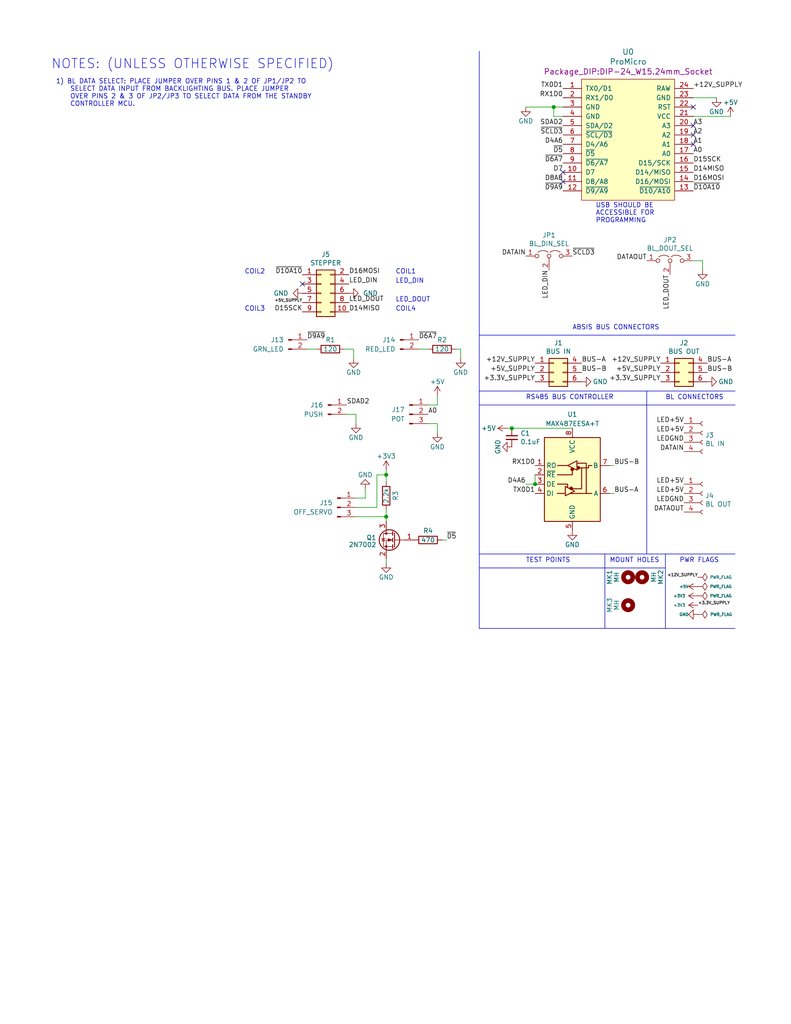
<source format=kicad_sch>
(kicad_sch (version 20230121) (generator eeschema)
  (paper "A" portrait)
  (title_block (title "Radar Altimeter Controller") (date "2024-03-09") (rev "3") (company "OpenHornet") (comment 1 "CC BY-NC-SA"))
  (lib_symbols
    (symbol "CONTROLLER_Radar-Altimeter-rescue:Jumper_3_Open-Jumper" (pin_names (offset 0) hide)
      (property "Reference" "JP" (at -2.54 -2.54 0))
      (property "Value" "Jumper_3_Open-Jumper" (at 0 2.794 0))
      (symbol "Jumper_3_Open-Jumper_0_0"
        (circle (center -3.302 0) (radius 0.508))
        (circle (center 0 0) (radius 0.508))
        (circle (center 3.302 0) (radius 0.508))
      )
      (symbol "Jumper_3_Open-Jumper_0_1"
        (arc (start -0.254 1.016) (mid -1.651 1.4992) (end -3.048 1.016))
        (polyline (pts (xy 0 -0.508) (xy 0 -1.27)))
        (arc (start 3.048 1.016) (mid 1.651 1.4992) (end 0.254 1.016))
      )
      (symbol "Jumper_3_Open-Jumper_1_1"
        (pin passive line (at -6.35 0 0) (length 2.54) (name "A") (number "1"))
        (pin input line (at 0 -3.81 90) (length 2.54) (name "C") (number "2"))
        (pin passive line (at 6.35 0 180) (length 2.54) (name "B") (number "3"))
      )
    )
    (symbol "Connector:Conn_01x02_Male" (pin_names (offset 1.016) hide)
      (property "Reference" "J" (at 0 2.54 0))
      (property "Value" "Conn_01x02_Male" (at 0 -5.08 0))
      (symbol "Conn_01x02_Male_1_1"
        (polyline (pts (xy 1.27 -2.54) (xy 0.8636 -2.54)) (stroke (width 0.1524)))
        (polyline (pts (xy 1.27 0) (xy 0.8636 0)) (stroke (width 0.1524)))
        (rectangle (start 0.8636 -2.413) (end 0 -2.667) (stroke (width 0.1524)) (fill (type outline)))
        (rectangle (start 0.8636 0.127) (end 0 -0.127) (stroke (width 0.1524)) (fill (type outline)))
        (pin passive line (at 5.08 0 180) (length 3.81) (name "Pin_1") (number "1"))
        (pin passive line (at 5.08 -2.54 180) (length 3.81) (name "Pin_2") (number "2"))
      )
    )
    (symbol "Connector:Conn_01x03_Male" (pin_names (offset 1.016) hide)
      (property "Reference" "J" (at 0 5.08 0))
      (property "Value" "Conn_01x03_Male" (at 0 -5.08 0))
      (symbol "Conn_01x03_Male_1_1"
        (polyline (pts (xy 1.27 -2.54) (xy 0.8636 -2.54)) (stroke (width 0.1524)))
        (polyline (pts (xy 1.27 0) (xy 0.8636 0)) (stroke (width 0.1524)))
        (polyline (pts (xy 1.27 2.54) (xy 0.8636 2.54)) (stroke (width 0.1524)))
        (rectangle (start 0.8636 -2.413) (end 0 -2.667) (stroke (width 0.1524)) (fill (type outline)))
        (rectangle (start 0.8636 0.127) (end 0 -0.127) (stroke (width 0.1524)) (fill (type outline)))
        (rectangle (start 0.8636 2.667) (end 0 2.413) (stroke (width 0.1524)) (fill (type outline)))
        (pin passive line (at 5.08 2.54 180) (length 3.81) (name "Pin_1") (number "1"))
        (pin passive line (at 5.08 0 180) (length 3.81) (name "Pin_2") (number "2"))
        (pin passive line (at 5.08 -2.54 180) (length 3.81) (name "Pin_3") (number "3"))
      )
    )
    (symbol "Connector:Conn_01x04_Female" (pin_names (offset 1.016) hide)
      (property "Reference" "J" (at 0 5.08 0))
      (property "Value" "Conn_01x04_Female" (at 0 -7.62 0))
      (symbol "Conn_01x04_Female_1_1"
        (arc (start 0 -4.572) (mid -0.5058 -5.08) (end 0 -5.588) (stroke (width 0.1524)))
        (arc (start 0 -2.032) (mid -0.5058 -2.54) (end 0 -3.048) (stroke (width 0.1524)))
        (polyline (pts (xy -1.27 -5.08) (xy -0.508 -5.08)) (stroke (width 0.1524)))
        (polyline (pts (xy -1.27 -2.54) (xy -0.508 -2.54)) (stroke (width 0.1524)))
        (polyline (pts (xy -1.27 0) (xy -0.508 0)) (stroke (width 0.1524)))
        (polyline (pts (xy -1.27 2.54) (xy -0.508 2.54)) (stroke (width 0.1524)))
        (arc (start 0 0.508) (mid -0.5058 0) (end 0 -0.508) (stroke (width 0.1524)))
        (arc (start 0 3.048) (mid -0.5058 2.54) (end 0 2.032) (stroke (width 0.1524)))
        (pin passive line (at -5.08 2.54 0) (length 3.81) (name "Pin_1") (number "1"))
        (pin passive line (at -5.08 0 0) (length 3.81) (name "Pin_2") (number "2"))
        (pin passive line (at -5.08 -2.54 0) (length 3.81) (name "Pin_3") (number "3"))
        (pin passive line (at -5.08 -5.08 0) (length 3.81) (name "Pin_4") (number "4"))
      )
    )
    (symbol "Connector_Generic:Conn_02x03_Top_Bottom" (pin_names (offset 1.016) hide)
      (property "Reference" "J" (at 1.27 5.08 0))
      (property "Value" "Conn_02x03_Top_Bottom" (at 1.27 -5.08 0))
      (symbol "Conn_02x03_Top_Bottom_1_1"
        (rectangle (start -1.27 -2.413) (end 0 -2.667) (stroke (width 0.1524)))
        (rectangle (start -1.27 0.127) (end 0 -0.127) (stroke (width 0.1524)))
        (rectangle (start -1.27 2.667) (end 0 2.413) (stroke (width 0.1524)))
        (rectangle (start -1.27 3.81) (end 3.81 -3.81) (stroke (width 0.254)) (fill (type background)))
        (rectangle (start 3.81 -2.413) (end 2.54 -2.667) (stroke (width 0.1524)))
        (rectangle (start 3.81 0.127) (end 2.54 -0.127) (stroke (width 0.1524)))
        (rectangle (start 3.81 2.667) (end 2.54 2.413) (stroke (width 0.1524)))
        (pin passive line (at -5.08 2.54 0) (length 3.81) (name "Pin_1") (number "1"))
        (pin passive line (at -5.08 0 0) (length 3.81) (name "Pin_2") (number "2"))
        (pin passive line (at -5.08 -2.54 0) (length 3.81) (name "Pin_3") (number "3"))
        (pin passive line (at 7.62 2.54 180) (length 3.81) (name "Pin_4") (number "4"))
        (pin passive line (at 7.62 0 180) (length 3.81) (name "Pin_5") (number "5"))
        (pin passive line (at 7.62 -2.54 180) (length 3.81) (name "Pin_6") (number "6"))
      )
    )
    (symbol "Connector_Generic:Conn_02x05_Odd_Even" (pin_names (offset 1.016) hide)
      (property "Reference" "J" (at 1.27 7.62 0))
      (property "Value" "Conn_02x05_Odd_Even" (at 1.27 -7.62 0))
      (symbol "Conn_02x05_Odd_Even_1_1"
        (rectangle (start -1.27 -4.953) (end 0 -5.207) (stroke (width 0.1524)))
        (rectangle (start -1.27 -2.413) (end 0 -2.667) (stroke (width 0.1524)))
        (rectangle (start -1.27 0.127) (end 0 -0.127) (stroke (width 0.1524)))
        (rectangle (start -1.27 2.667) (end 0 2.413) (stroke (width 0.1524)))
        (rectangle (start -1.27 5.207) (end 0 4.953) (stroke (width 0.1524)))
        (rectangle (start -1.27 6.35) (end 3.81 -6.35) (stroke (width 0.254)) (fill (type background)))
        (rectangle (start 3.81 -4.953) (end 2.54 -5.207) (stroke (width 0.1524)))
        (rectangle (start 3.81 -2.413) (end 2.54 -2.667) (stroke (width 0.1524)))
        (rectangle (start 3.81 0.127) (end 2.54 -0.127) (stroke (width 0.1524)))
        (rectangle (start 3.81 2.667) (end 2.54 2.413) (stroke (width 0.1524)))
        (rectangle (start 3.81 5.207) (end 2.54 4.953) (stroke (width 0.1524)))
        (pin passive line (at -5.08 5.08 0) (length 3.81) (name "Pin_1") (number "1"))
        (pin passive line (at 7.62 -5.08 180) (length 3.81) (name "Pin_10") (number "10"))
        (pin passive line (at 7.62 5.08 180) (length 3.81) (name "Pin_2") (number "2"))
        (pin passive line (at -5.08 2.54 0) (length 3.81) (name "Pin_3") (number "3"))
        (pin passive line (at 7.62 2.54 180) (length 3.81) (name "Pin_4") (number "4"))
        (pin passive line (at -5.08 0 0) (length 3.81) (name "Pin_5") (number "5"))
        (pin passive line (at 7.62 0 180) (length 3.81) (name "Pin_6") (number "6"))
        (pin passive line (at -5.08 -2.54 0) (length 3.81) (name "Pin_7") (number "7"))
        (pin passive line (at 7.62 -2.54 180) (length 3.81) (name "Pin_8") (number "8"))
        (pin passive line (at -5.08 -5.08 0) (length 3.81) (name "Pin_9") (number "9"))
      )
    )
    (symbol "Device:C_Small" (pin_numbers hide) (pin_names (offset 0.254) hide)
      (property "Reference" "C" (at 0.254 1.778 0))
      (property "Value" "C_Small" (at 0.254 -2.032 0))
      (symbol "C_Small_0_1"
        (polyline (pts (xy -1.524 -0.508) (xy 1.524 -0.508)) (stroke (width 0.3302)))
        (polyline (pts (xy -1.524 0.508) (xy 1.524 0.508)) (stroke (width 0.3048)))
      )
      (symbol "C_Small_1_1"
        (pin passive line (at 0 2.54 270) (length 2.032) (name "~") (number "1"))
        (pin passive line (at 0 -2.54 90) (length 2.032) (name "~") (number "2"))
      )
    )
    (symbol "Device:R" (pin_numbers hide) (pin_names (offset 0))
      (property "Reference" "R" (at 2.032 0 90))
      (property "Value" "R" (at 0 0 90))
      (symbol "R_0_1"
        (rectangle (start -1.016 -2.54) (end 1.016 2.54) (stroke (width 0.254)))
      )
      (symbol "R_1_1"
        (pin passive line (at 0 3.81 270) (length 1.27) (name "~") (number "1"))
        (pin passive line (at 0 -3.81 90) (length 1.27) (name "~") (number "2"))
      )
    )
    (symbol "Interface_UART:MAX487E"
      (property "Reference" "U" (at -6.096 11.43 0))
      (property "Value" "MAX487E" (at 0.762 11.43 0))
      (symbol "MAX487E_0_1"
        (rectangle (start -7.62 10.16) (end 7.62 -12.7) (stroke (width 0.254)) (fill (type background)))
        (circle (center -0.3048 -3.683) (radius 0.3556) (stroke (width 0.254)) (fill (type outline)))
        (circle (center -0.0254 1.4986) (radius 0.3556) (stroke (width 0.254)) (fill (type outline)))
        (polyline (pts (xy -4.064 -5.08) (xy -1.905 -5.08)) (stroke (width 0.254)))
        (polyline (pts (xy -4.064 2.54) (xy -1.27 2.54)) (stroke (width 0.254)))
        (polyline (pts (xy -1.27 -3.2004) (xy -1.27 -3.4544)) (stroke (width 0.254)))
        (polyline (pts (xy -0.635 -5.08) (xy 5.334 -5.08)) (stroke (width 0.254)))
        (polyline (pts (xy -4.064 -2.54) (xy -1.27 -2.54) (xy -1.27 -3.175)) (stroke (width 0.254)))
        (polyline (pts (xy 0 1.27) (xy 0 0) (xy -4.064 0)) (stroke (width 0.254)))
        (polyline (pts (xy 1.27 3.175) (xy 3.81 3.175) (xy 3.81 -5.08)) (stroke (width 0.254)))
        (polyline (pts (xy 2.54 1.905) (xy 2.54 -3.81) (xy 0 -3.81)) (stroke (width 0.254)))
        (polyline (pts (xy -1.905 -3.175) (xy -1.905 -5.715) (xy 0.635 -4.445) (xy -1.905 -3.175)) (stroke (width 0.254)))
        (polyline (pts (xy -1.27 2.54) (xy 1.27 3.81) (xy 1.27 1.27) (xy -1.27 2.54)) (stroke (width 0.254)))
        (polyline (pts (xy 1.905 1.905) (xy 4.445 1.905) (xy 4.445 2.54) (xy 5.334 2.54)) (stroke (width 0.254)))
        (rectangle (start 1.27 3.175) (end 1.27 3.175))
        (circle (center 1.651 1.905) (radius 0.3556) (stroke (width 0.254)) (fill (type outline)))
      )
      (symbol "MAX487E_1_1"
        (pin output line (at -10.16 2.54 0) (length 2.54) (name "RO") (number "1"))
        (pin input line (at -10.16 0 0) (length 2.54) (name "~{RE}") (number "2"))
        (pin input line (at -10.16 -2.54 0) (length 2.54) (name "DE") (number "3"))
        (pin input line (at -10.16 -5.08 0) (length 2.54) (name "DI") (number "4"))
        (pin power_in line (at 0 -15.24 90) (length 2.54) (name "GND") (number "5"))
        (pin bidirectional line (at 10.16 -5.08 180) (length 2.54) (name "A") (number "6"))
        (pin bidirectional line (at 10.16 2.54 180) (length 2.54) (name "B") (number "7"))
        (pin power_in line (at 0 12.7 270) (length 2.54) (name "VCC") (number "8"))
      )
    )
    (symbol "KiCadCustomLib:ProMicro" (pin_names (offset 1.016))
      (property "Reference" "U" (at 0 24.13 0))
      (property "Value" "ProMicro" (at 0 -13.97 0))
      (symbol "ProMicro_0_1"
        (rectangle (start -12.7 21.59) (end 12.7 -11.43) (fill (type background)))
      )
      (symbol "ProMicro_1_1"
        (pin bidirectional line (at -17.78 19.05 0) (length 5.08) (name "TX0/D1") (number "1"))
        (pin bidirectional line (at -17.78 -3.81 0) (length 5.08) (name "D7") (number "10"))
        (pin bidirectional line (at -17.78 -6.35 0) (length 5.08) (name "D8/A8") (number "11"))
        (pin bidirectional line (at -17.78 -8.89 0) (length 5.08) (name "~{D9/A9}") (number "12"))
        (pin bidirectional line (at 17.78 -8.89 180) (length 5.08) (name "~{D10/A10}") (number "13"))
        (pin bidirectional line (at 17.78 -6.35 180) (length 5.08) (name "D16/MOSI") (number "14"))
        (pin bidirectional line (at 17.78 -3.81 180) (length 5.08) (name "D14/MISO") (number "15"))
        (pin bidirectional line (at 17.78 -1.27 180) (length 5.08) (name "D15/SCK") (number "16"))
        (pin bidirectional line (at 17.78 1.27 180) (length 5.08) (name "A0") (number "17"))
        (pin bidirectional line (at 17.78 3.81 180) (length 5.08) (name "A1") (number "18"))
        (pin bidirectional line (at 17.78 6.35 180) (length 5.08) (name "A2") (number "19"))
        (pin bidirectional line (at -17.78 16.51 0) (length 5.08) (name "RX1/D0") (number "2"))
        (pin bidirectional line (at 17.78 8.89 180) (length 5.08) (name "A3") (number "20"))
        (pin power_in line (at 17.78 11.43 180) (length 5.08) (name "VCC") (number "21"))
        (pin input line (at 17.78 13.97 180) (length 5.08) (name "RST") (number "22"))
        (pin power_in line (at 17.78 16.51 180) (length 5.08) (name "GND") (number "23"))
        (pin power_out line (at 17.78 19.05 180) (length 5.08) (name "RAW") (number "24"))
        (pin power_in line (at -17.78 13.97 0) (length 5.08) (name "GND") (number "3"))
        (pin power_in line (at -17.78 11.43 0) (length 5.08) (name "GND") (number "4"))
        (pin bidirectional line (at -17.78 8.89 0) (length 5.08) (name "SDA/D2") (number "5"))
        (pin bidirectional line (at -17.78 6.35 0) (length 5.08) (name "~{SCL/D3}") (number "6"))
        (pin bidirectional line (at -17.78 3.81 0) (length 5.08) (name "D4/A6") (number "7"))
        (pin bidirectional line (at -17.78 1.27 0) (length 5.08) (name "~{D5}") (number "8"))
        (pin bidirectional line (at -17.78 -1.27 0) (length 5.08) (name "~{D6/A7}") (number "9"))
      )
    )
    (symbol "Mechanical:MountingHole" (pin_names (offset 1.016))
      (property "Reference" "H" (at 0 5.08 0))
      (property "Value" "MountingHole" (at 0 3.175 0))
      (symbol "MountingHole_0_1"
        (circle (center 0 0) (radius 1.27) (stroke (width 1.27)))
      )
    )
    (symbol "Transistor_FET:2N7002" (pin_names hide)
      (property "Reference" "Q" (at 5.08 1.905 0))
      (property "Value" "2N7002" (at 5.08 0 0))
      (symbol "2N7002_0_1"
        (polyline (pts (xy 0.254 0) (xy -2.54 0)))
        (polyline (pts (xy 0.254 1.905) (xy 0.254 -1.905)) (stroke (width 0.254)))
        (polyline (pts (xy 0.762 -1.27) (xy 0.762 -2.286)) (stroke (width 0.254)))
        (polyline (pts (xy 0.762 0.508) (xy 0.762 -0.508)) (stroke (width 0.254)))
        (polyline (pts (xy 0.762 2.286) (xy 0.762 1.27)) (stroke (width 0.254)))
        (polyline (pts (xy 2.54 2.54) (xy 2.54 1.778)))
        (polyline (pts (xy 2.54 -2.54) (xy 2.54 0) (xy 0.762 0)))
        (polyline (pts (xy 0.762 -1.778) (xy 3.302 -1.778) (xy 3.302 1.778) (xy 0.762 1.778)))
        (polyline (pts (xy 1.016 0) (xy 2.032 0.381) (xy 2.032 -0.381) (xy 1.016 0)) (fill (type outline)))
        (polyline (pts (xy 2.794 0.508) (xy 2.921 0.381) (xy 3.683 0.381) (xy 3.81 0.254)))
        (polyline (pts (xy 3.302 0.381) (xy 2.921 -0.254) (xy 3.683 -0.254) (xy 3.302 0.381)))
        (circle (center 1.651 0) (radius 2.794) (stroke (width 0.254)))
        (circle (center 2.54 -1.778) (radius 0.254) (fill (type outline)))
        (circle (center 2.54 1.778) (radius 0.254) (fill (type outline)))
      )
      (symbol "2N7002_1_1"
        (pin input line (at -5.08 0 0) (length 2.54) (name "G") (number "1"))
        (pin passive line (at 2.54 -5.08 90) (length 2.54) (name "S") (number "2"))
        (pin passive line (at 2.54 5.08 270) (length 2.54) (name "D") (number "3"))
      )
    )
    (symbol "power:+3V3" (power) (pin_names (offset 0))
      (property "Value" "+3V3" (at 0 3.556 0))
      (symbol "+3V3_0_1"
        (polyline (pts (xy -0.762 1.27) (xy 0 2.54)))
        (polyline (pts (xy 0 0) (xy 0 2.54)))
        (polyline (pts (xy 0 2.54) (xy 0.762 1.27)))
      )
      (symbol "+3V3_1_1"
        (pin power_in line (at 0 0 90) (length 0) hide (name "+3V3") (number "1"))
      )
    )
    (symbol "power:+5V" (power) (pin_names (offset 0))
      (property "Value" "+5V" (at 0 3.556 0))
      (symbol "+5V_0_1"
        (polyline (pts (xy -0.762 1.27) (xy 0 2.54)))
        (polyline (pts (xy 0 0) (xy 0 2.54)))
        (polyline (pts (xy 0 2.54) (xy 0.762 1.27)))
      )
      (symbol "+5V_1_1"
        (pin power_in line (at 0 0 90) (length 0) hide (name "+5V") (number "1"))
      )
    )
    (symbol "power:GND" (power) (pin_names (offset 0))
      (property "Value" "GND" (at 0 -3.81 0))
      (symbol "GND_0_1"
        (polyline (pts (xy 0 0) (xy 0 -1.27) (xy 1.27 -1.27) (xy 0 -2.54) (xy -1.27 -1.27) (xy 0 -1.27)))
      )
      (symbol "GND_1_1"
        (pin power_in line (at 0 0 270) (length 0) hide (name "GND") (number "1"))
      )
    )
    (symbol "power:PWR_FLAG" (power) (pin_numbers hide) (pin_names (offset 0) hide)
      (property "Value" "PWR_FLAG" (at 0 3.81 0))
      (symbol "PWR_FLAG_0_0"
        (pin power_out line (at 0 0 90) (length 0) (name "pwr") (number "1"))
      )
      (symbol "PWR_FLAG_0_1"
        (polyline (pts (xy 0 0) (xy 0 1.27) (xy -1.016 1.905) (xy 0 2.54) (xy 1.016 1.905) (xy 0 1.27)))
      )
    )
  )
  (junction (at 105.41 140.97))
  (junction (at 105.41 129.54))
  (junction (at 139.7 116.84))
  (junction (at 146.05 132.08))
  (junction (at 151.13 29.21))
  (no_connect (at 153.67 49.53))
  (no_connect (at 189.23 36.83))
  (no_connect (at 82.55 77.47))
  (no_connect (at 189.23 34.29))
  (no_connect (at 189.23 39.37))
  (no_connect (at 189.23 29.21))
  (no_connect (at 153.67 46.99))
  (wire (pts (xy 119.38 115.57) (xy 119.38 118.11)))
  (wire (pts (xy 125.73 95.25) (xy 124.46 95.25)))
  (wire (pts (xy 195.58 26.67) (xy 189.23 26.67)))
  (wire (pts (xy 97.155 140.97) (xy 105.41 140.97)))
  (wire (pts (xy 99.695 133.35) (xy 99.695 135.89)))
  (wire (pts (xy 189.23 31.75) (xy 199.39 31.75)))
  (polyline (pts (xy 181.61 151.13) (xy 181.61 171.45)))
  (wire (pts (xy 83.82 95.25) (xy 86.36 95.25)))
  (wire (pts (xy 191.77 73.66) (xy 191.77 71.12)))
  (wire (pts (xy 99.695 135.89) (xy 97.155 135.89)))
  (wire (pts (xy 97.155 113.03) (xy 97.155 115.57)))
  (polyline (pts (xy 130.81 171.45) (xy 200.66 171.45)))
  (wire (pts (xy 105.41 129.54) (xy 102.87 129.54)))
  (polyline (pts (xy 176.53 106.68) (xy 176.53 151.13)))
  (wire (pts (xy 97.155 138.43) (xy 102.87 138.43)))
  (wire (pts (xy 102.87 129.54) (xy 102.87 138.43)))
  (polyline (pts (xy 130.81 151.13) (xy 200.66 151.13)))
  (wire (pts (xy 143.51 132.08) (xy 146.05 132.08)))
  (wire (pts (xy 116.84 115.57) (xy 119.38 115.57)))
  (wire (pts (xy 96.52 95.25) (xy 93.98 95.25)))
  (wire (pts (xy 151.13 31.75) (xy 151.13 29.21)))
  (wire (pts (xy 119.38 110.49) (xy 116.84 110.49)))
  (wire (pts (xy 143.51 29.21) (xy 151.13 29.21)))
  (wire (pts (xy 119.38 107.95) (xy 119.38 110.49)))
  (polyline (pts (xy 130.81 154.94) (xy 181.61 154.94)))
  (polyline (pts (xy 130.81 91.44) (xy 200.66 91.44)))
  (wire (pts (xy 94.615 113.03) (xy 97.155 113.03)))
  (polyline (pts (xy 165.1 151.13) (xy 165.1 171.45)))
  (wire (pts (xy 105.41 139.065) (xy 105.41 140.97)))
  (wire (pts (xy 166.37 127) (xy 167.64 127)))
  (polyline (pts (xy 130.81 106.68) (xy 200.66 106.68)))
  (wire (pts (xy 96.52 97.79) (xy 96.52 95.25)))
  (wire (pts (xy 153.67 29.21) (xy 151.13 29.21)))
  (wire (pts (xy 116.84 95.25) (xy 114.3 95.25)))
  (wire (pts (xy 167.64 134.62) (xy 166.37 134.62)))
  (wire (pts (xy 146.05 129.54) (xy 146.05 132.08)))
  (wire (pts (xy 105.41 129.54) (xy 105.41 131.445)))
  (wire (pts (xy 138.43 116.84) (xy 139.7 116.84)))
  (wire (pts (xy 153.67 31.75) (xy 151.13 31.75)))
  (wire (pts (xy 125.73 97.79) (xy 125.73 95.25)))
  (wire (pts (xy 139.7 116.84) (xy 156.21 116.84)))
  (polyline (pts (xy 130.81 171.45) (xy 130.81 13.97)))
  (wire (pts (xy 105.41 152.4) (xy 105.41 153.67)))
  (polyline (pts (xy 130.81 110.49) (xy 200.66 110.49)))
  (wire (pts (xy 105.41 128.27) (xy 105.41 129.54)))
  (wire (pts (xy 105.41 140.97) (xy 105.41 142.24)))
  (wire (pts (xy 121.92 147.32) (xy 120.65 147.32)))
  (wire (pts (xy 191.77 71.12) (xy 189.23 71.12)))
  (text "ABSIS BUS CONNECTORS" (at 156.21 90.17 0) (effects (font (size 1.27 1.27)) (justify left bottom)))
  (text "RS485 BUS CONTROLLER" (at 143.51 109.22 0) (effects (font (size 1.27 1.27)) (justify left bottom)))
  (text "USB SHOULD BE \nACCESSIBLE FOR \nPROGRAMMING" (at 162.56 60.96 0) (effects (font (size 1.27 1.27)) (justify left bottom)))
  (text "MOUNT HOLES" (at 166.37 153.67 0) (effects (font (size 1.27 1.27)) (justify left bottom)))
  (text "COIL3" (at 72.39 85.09 0) (effects (font (size 1.27 1.27)) (justify right bottom)))
  (text "TEST POINTS" (at 143.51 153.67 0) (effects (font (size 1.27 1.27)) (justify left bottom)))
  (text "COIL4" (at 107.95 85.09 0) (effects (font (size 1.27 1.27)) (justify left bottom)))
  (text "NOTES: (UNLESS OTHERWISE SPECIFIED)" (at 13.97 19.05 0) (effects (font (size 2.54 2.54)) (justify left bottom)))
  (text "LED_DOUT" (at 107.95 82.55 0) (effects (font (size 1.27 1.27)) (justify left bottom)))
  (text "1) BL DATA SELECT: PLACE JUMPER OVER PINS 1 & 2 OF JP1/JP2 TO \n    SELECT DATA INPUT FROM BACKLIGHTING BUS. PLACE JUMPER \n    OVER PINS 2 & 3 OF JP2/JP3 TO SELECT DATA FROM THE STANDBY \n    CONTROLLER MCU." (at 15.24 29.21 0) (effects (font (size 1.27 1.27)) (justify left bottom)))
  (text "COIL2" (at 72.39 74.93 0) (effects (font (size 1.27 1.27)) (justify right bottom)))
  (text "COIL1" (at 107.95 74.93 0) (effects (font (size 1.27 1.27)) (justify left bottom)))
  (text "PWR FLAGS" (at 185.42 153.67 0) (effects (font (size 1.27 1.27)) (justify left bottom)))
  (text "LED_DIN" (at 107.95 77.47 0) (effects (font (size 1.27 1.27)) (justify left bottom)))
  (text "BL CONNECTORS" (at 181.61 109.22 0) (effects (font (size 1.27 1.27)) (justify left bottom)))
  (label "DATAIN" (at 143.51 69.85 180))
  (label "DATAIN" (at 186.69 123.19 180))
  (label "A2" (at 189.23 36.83 0))
  (label "LEDGND" (at 186.69 137.16 180))
  (label "~{D10A10}" (at 82.55 74.93 180))
  (label "LED_DIN" (at 149.86 73.66 270))
  (label "+3.3V_SUPPLY" (at 180.34 104.14 180))
  (label "BUS-A" (at 167.64 134.62 0))
  (label "A0" (at 116.84 113.03 0))
  (label "LED_DIN" (at 95.25 77.47 0))
  (label "~{SCLD3}" (at 156.21 69.85 0))
  (label "~{D5}" (at 121.92 147.32 0))
  (label "~{D10A10}" (at 189.23 52.07 0))
  (label "~{D9A9}" (at 153.67 52.07 180))
  (label "+3.3V_SUPPLY" (at 146.05 104.14 180))
  (label "+5V_SUPPLY" (at 180.34 101.6 180))
  (label "~{SCLD3}" (at 153.67 36.83 180))
  (label "A3" (at 189.23 34.29 0))
  (label "+5V_SUPPLY" (at 146.05 101.6 180))
  (label "D4A6" (at 153.67 39.37 180))
  (label "D4A6" (at 143.51 132.08 180))
  (label "D16MOSI" (at 189.23 49.53 0))
  (label "D15SCK" (at 189.23 44.45 0))
  (label "BUS-B" (at 158.75 101.6 0))
  (label "DATAOUT" (at 186.69 139.7 180))
  (label "TX0D1" (at 153.67 24.13 180))
  (label "LED+5V" (at 186.69 134.62 180))
  (label "D8A8" (at 153.67 49.53 180))
  (label "BUS-B" (at 167.64 127 0))
  (label "BUS-A" (at 193.04 99.06 0))
  (label "~{D6A7}" (at 114.3 92.71 0))
  (label "D14MISO" (at 189.23 46.99 0))
  (label "+12V_SUPPLY" (at 146.05 99.06 180))
  (label "D7" (at 153.67 46.99 180))
  (label "A1" (at 189.23 39.37 0))
  (label "D16MOSI" (at 95.25 74.93 0))
  (label "+3.3V_SUPPLY" (at 190.5 165.1 0) (effects (font (size 0.7874 0.7874))))
  (label "LED+5V" (at 186.69 118.11 180))
  (label "~{D5}" (at 153.67 41.91 180))
  (label "DATAOUT" (at 176.53 71.12 180))
  (label "+5V_SUPPLY" (at 82.55 82.55 180) (effects (font (size 0.7874 0.7874))))
  (label "~{D6A7}" (at 153.67 44.45 180))
  (label "SDAD2" (at 94.615 110.49 0))
  (label "LED+5V" (at 186.69 132.08 180))
  (label "~{D9A9}" (at 83.82 92.71 0))
  (label "TX0D1" (at 146.05 134.62 180))
  (label "RX1D0" (at 146.05 127 180))
  (label "SDAD2" (at 153.67 34.29 180))
  (label "+12V_SUPPLY" (at 189.23 24.13 0))
  (label "LED_DOUT" (at 95.25 82.55 0))
  (label "RX1D0" (at 153.67 26.67 180))
  (label "BUS-A" (at 158.75 99.06 0))
  (label "D15SCK" (at 82.55 85.09 180))
  (label "LED+5V" (at 186.69 115.57 180))
  (label "BUS-B" (at 193.04 101.6 0))
  (label "A0" (at 189.23 41.91 0))
  (label "D14MISO" (at 95.25 85.09 0))
  (label "+12V_SUPPLY" (at 190.5 157.48 180) (effects (font (size 0.7874 0.7874))))
  (label "LED_DOUT" (at 182.88 74.93 270))
  (label "+12V_SUPPLY" (at 180.34 99.06 180))
  (label "LEDGND" (at 186.69 120.65 180))
  (symbol (lib_id "Connector:Conn_01x04_Female") (at 191.77 118.11 0) (unit 1)
    (property "Reference" "J3" (at 192.4812 118.7196 0) (effects (justify left)))
    (property "Value" "BL IN" (at 192.4812 121.031 0) (effects (justify left)))
    (property "Footprint" "Connector_Molex:Molex_Mini-Fit_Jr_5566-04A_2x02_P4.20mm_Vertical" (effects hide))
  )
  (symbol (lib_id "Connector:Conn_01x04_Female") (at 191.77 134.62 0) (unit 1)
    (property "Reference" "J4" (at 192.4812 135.2296 0) (effects (justify left)))
    (property "Value" "BL OUT" (at 192.4812 137.541 0) (effects (justify left)))
    (property "Footprint" "Connector_Molex:Molex_Mini-Fit_Jr_5566-04A_2x02_P4.20mm_Vertical" (effects hide))
  )
  (symbol (lib_id "power:PWR_FLAG") (at 190.5 167.64 270) (unit 1)
    (property "Reference" "#FLG05" (effects hide))
    (property "Value" "PWR_FLAG" (at 196.85 167.64 90) (effects (font (size 0.7874 0.7874))))
  )
  (symbol (lib_id "Device:C_Small") (at 139.7 119.38 0) (unit 1)
    (property "Reference" "C1" (at 142.0368 118.2116 0) (effects (justify left)))
    (property "Value" "0.1uF" (at 142.0368 120.523 0) (effects (justify left)))
    (property "Footprint" "Capacitor_SMD:C_0805_2012Metric" (effects hide))
    (property "Datasheet" "https://datasheet.lcsc.com/szlcsc/YAGEO-CC0805KRX7R9BB104_C49678.pdf" (effects hide))
    (property "LCSC" "C49678" (effects hide))
  )
  (symbol (lib_id "power:GND") (at 139.7 121.92 270) (unit 1)
    (property "Reference" "#PWR0102" (effects hide))
    (property "Value" "GND" (at 135.89 121.92 0))
  )
  (symbol (lib_id "Connector_Generic:Conn_02x03_Top_Bottom") (at 151.13 101.6 0) (unit 1)
    (property "Reference" "J1" (at 152.4 93.5482 0))
    (property "Value" "BUS IN" (at 152.4 95.8596 0))
    (property "Footprint" "Connector_Molex:Molex_Mini-Fit_Jr_5566-06A2_2x03_P4.20mm_Vertical" (effects hide))
    (property "Datasheet" "https://www.molex.com/pdm_docs/sd/039299067_sd.pdf" (effects hide))
    (property "PN" "039299067" (effects hide))
  )
  (symbol (lib_id "power:GND") (at 158.75 104.14 90) (unit 1)
    (property "Reference" "#PWR02" (effects hide))
    (property "Value" "GND" (at 163.83 104.14 90))
  )
  (symbol (lib_id "power:GND") (at 193.04 104.14 90) (unit 1)
    (property "Reference" "#PWR03" (effects hide))
    (property "Value" "GND" (at 198.12 104.14 90))
  )
  (symbol (lib_id "Connector_Generic:Conn_02x05_Odd_Even") (at 87.63 80.01 0) (unit 1)
    (property "Reference" "J5" (at 88.9 69.4182 0))
    (property "Value" "STEPPER" (at 88.9 71.7296 0))
    (property "Footprint" "Connector_PinHeader_2.54mm:PinHeader_2x05_P2.54mm_Vertical" (effects hide))
  )
  (symbol (lib_id "power:GND") (at 95.25 80.01 90) (unit 1)
    (property "Reference" "#PWR017" (effects hide))
    (property "Value" "GND" (at 99.06 80.01 90) (effects (justify right)))
  )
  (symbol (lib_id "power:+5V") (at 138.43 116.84 90) (unit 1)
    (property "Reference" "#PWR0101" (effects hide))
    (property "Value" "+5V" (at 133.35 116.84 90))
  )
  (symbol (lib_id "power:GND") (at 82.55 80.01 270) (unit 1)
    (property "Reference" "#PWR016" (effects hide))
    (property "Value" "GND" (at 78.74 80.01 90) (effects (justify right)))
  )
  (symbol (lib_id "Mechanical:MountingHole") (at 171.45 157.48 90) (unit 1)
    (property "Reference" "MK1" (at 166.37 157.48 0))
    (property "Value" "MH" (at 168.275 157.48 0))
    (property "Footprint" "MountingHole:MountingHole_2.5mm" (effects hide))
  )
  (symbol (lib_id "Mechanical:MountingHole") (at 171.45 165.1 90) (unit 1)
    (property "Reference" "MK3" (at 166.37 165.1 0))
    (property "Value" "MH" (at 168.275 165.1 0))
    (property "Footprint" "MountingHole:MountingHole_2.5mm" (effects hide))
  )
  (symbol (lib_id "Mechanical:MountingHole") (at 175.26 157.48 270) (unit 1)
    (property "Reference" "MK2" (at 180.34 157.48 0))
    (property "Value" "MH" (at 178.435 157.48 0))
    (property "Footprint" "MountingHole:MountingHole_2.5mm" (effects hide))
  )
  (symbol (lib_id "power:+5V") (at 190.5 160.02 90) (unit 1)
    (property "Reference" "#PWR010" (effects hide))
    (property "Value" "+5V" (at 186.69 160.02 90) (effects (font (size 0.7874 0.7874))))
  )
  (symbol (lib_id "power:+3V3") (at 190.5 162.56 90) (unit 1)
    (property "Reference" "#PWR013" (effects hide))
    (property "Value" "+3.3V" (at 185.42 162.56 90) (effects (font (size 0.7874 0.7874))))
  )
  (symbol (lib_id "power:PWR_FLAG") (at 190.5 162.56 270) (unit 1)
    (property "Reference" "#FLG04" (effects hide))
    (property "Value" "PWR_FLAG" (at 193.7512 162.56 90) (effects (font (size 0.7874 0.7874)) (justify left)))
  )
  (symbol (lib_id "power:PWR_FLAG") (at 190.5 160.02 270) (unit 1)
    (property "Reference" "#FLG02" (effects hide))
    (property "Value" "PWR_FLAG" (at 193.7512 160.02 90) (effects (font (size 0.7874 0.7874)) (justify left)))
  )
  (symbol (lib_id "power:PWR_FLAG") (at 190.5 157.48 270) (unit 1)
    (property "Reference" "#FLG01" (effects hide))
    (property "Value" "PWR_FLAG" (at 193.7512 157.48 90) (effects (font (size 0.7874 0.7874)) (justify left)))
  )
  (symbol (lib_id "power:GND") (at 190.5 167.64 270) (unit 1)
    (property "Reference" "#PWR014" (effects hide))
    (property "Value" "GND" (at 186.69 167.64 90) (effects (font (size 0.7874 0.7874))))
  )
  (symbol (lib_id "KiCadCustomLib:ProMicro") (at 171.45 43.18 0) (unit 1)
    (property "Reference" "U0" (at 171.45 14.1478 0) (effects (font (size 1.524 1.524))))
    (property "Value" "ProMicro" (at 171.45 16.8402 0) (effects (font (size 1.524 1.524))))
    (property "Footprint" "Package_DIP:DIP-24_W15.24mm_Socket" (at 171.45 19.5326 0) (effects (font (size 1.524 1.524))))
    (property "Datasheet" "https://datasheet.lcsc.com/lcsc/1810271810_CONNFLY-Elec-DS1009-24AT1WX-0A2_C72120.pdf" (effects hide))
    (property "LCSC" "C72120" (effects hide))
  )
  (symbol (lib_id "power:+5V") (at 199.39 31.75 0) (unit 1)
    (property "Reference" "#PWR045" (effects hide))
    (property "Value" "+5V" (at 199.39 27.94 0))
  )
  (symbol (lib_id "power:GND") (at 195.58 26.67 0) (unit 1)
    (property "Reference" "#PWR042" (effects hide))
    (property "Value" "GND" (at 195.58 30.48 0))
  )
  (symbol (lib_id "power:GND") (at 143.51 29.21 0) (unit 1)
    (property "Reference" "#PWR0105" (effects hide))
    (property "Value" "GND" (at 143.51 33.02 0))
  )
  (symbol (lib_id "CONTROLLER_Radar-Altimeter-rescue:Jumper_3_Open-Jumper") (at 149.86 69.85 0) (unit 1)
    (property "Reference" "JP1" (at 149.86 64.1604 0))
    (property "Value" "BL_DIN_SEL" (at 149.86 66.4718 0))
    (property "Footprint" "Connector_PinHeader_2.54mm:PinHeader_1x03_P2.54mm_Vertical" (effects hide))
  )
  (symbol (lib_id "CONTROLLER_Radar-Altimeter-rescue:Jumper_3_Open-Jumper") (at 182.88 71.12 0) (unit 1)
    (property "Reference" "JP2" (at 182.88 65.4304 0))
    (property "Value" "BL_DOUT_SEL" (at 182.88 67.7418 0))
    (property "Footprint" "Connector_PinHeader_2.54mm:PinHeader_1x03_P2.54mm_Vertical" (effects hide))
  )
  (symbol (lib_id "power:GND") (at 191.77 73.66 0) (unit 1)
    (property "Reference" "#PWR030" (effects hide))
    (property "Value" "GND" (at 191.77 77.47 0))
  )
  (symbol (lib_id "Interface_UART:MAX487E") (at 156.21 129.54 0) (unit 1)
    (property "Reference" "U1" (at 156.21 113.03 0))
    (property "Value" "MAX487EESA+T" (at 156.21 115.57 0))
    (property "Footprint" "Package_SO:SOIC-8_3.9x4.9mm_P1.27mm" (effects hide))
    (property "Datasheet" "https://datasheet.lcsc.com/szlcsc/Maxim-Integrated-MAX487EESA-T_C116539.pdf" (effects hide))
    (property "LCSC" "C116539" (effects hide))
  )
  (symbol (lib_id "power:GND") (at 156.21 144.78 0) (unit 1)
    (property "Reference" "#PWR09" (effects hide))
    (property "Value" "GND" (at 156.21 148.59 0))
  )
  (symbol (lib_id "Connector_Generic:Conn_02x03_Top_Bottom") (at 185.42 101.6 0) (unit 1)
    (property "Reference" "J2" (at 186.69 93.5482 0))
    (property "Value" "BUS OUT" (at 186.69 95.8596 0))
    (property "Footprint" "Connector_Molex:Molex_Mini-Fit_Jr_5566-06A2_2x03_P4.20mm_Vertical" (effects hide))
    (property "Datasheet" "https://www.molex.com/pdm_docs/sd/039299067_sd.pdf" (effects hide))
    (property "PN" "039299067" (effects hide))
  )
  (symbol (lib_id "Connector:Conn_01x02_Male") (at 78.74 92.71 0) (unit 1)
    (property "Reference" "J13" (at 77.47 92.71 0) (effects (justify right)))
    (property "Value" "GRN_LED" (at 77.47 95.25 0) (effects (justify right)))
    (property "Footprint" "Connector_PinHeader_2.54mm:PinHeader_1x02_P2.54mm_Vertical" (effects hide))
  )
  (symbol (lib_id "power:GND") (at 96.52 97.79 0) (unit 1)
    (property "Reference" "#PWR0129" (effects hide))
    (property "Value" "GND" (at 96.52 101.6 0))
  )
  (symbol (lib_id "Connector:Conn_01x02_Male") (at 109.22 92.71 0) (unit 1)
    (property "Reference" "J14" (at 107.95 92.71 0) (effects (justify right)))
    (property "Value" "RED_LED" (at 107.95 95.25 0) (effects (justify right)))
    (property "Footprint" "Connector_PinHeader_2.54mm:PinHeader_1x02_P2.54mm_Vertical" (effects hide))
  )
  (symbol (lib_id "power:GND") (at 125.73 97.79 0) (unit 1)
    (property "Reference" "#PWR0130" (effects hide))
    (property "Value" "GND" (at 125.73 101.6 0))
  )
  (symbol (lib_id "Connector:Conn_01x03_Male") (at 92.075 138.43 0) (unit 1)
    (property "Reference" "J15" (at 90.805 137.16 0) (effects (justify right)))
    (property "Value" "OFF_SERVO" (at 90.805 139.7 0) (effects (justify right)))
    (property "Footprint" "OH_Footprints:Adam-Tech_1x03_P1.25mm_Vertical" (effects hide))
    (property "Datasheet" "https://app.adam-tech.com/products/download/data_sheet/240423/125sh-b-xx-ts-data-sheet.pdf" (effects hide))
    (property "PN" "125SH-B-03-TS" (effects hide))
  )
  (symbol (lib_id "power:GND") (at 99.695 133.35 0) (mirror x) (unit 1)
    (property "Reference" "#PWR0131" (effects hide))
    (property "Value" "GND" (at 99.695 129.54 0))
  )
  (symbol (lib_id "Connector:Conn_01x03_Male") (at 111.76 113.03 0) (unit 1)
    (property "Reference" "J17" (at 110.49 111.76 0) (effects (justify right)))
    (property "Value" "POT" (at 110.49 114.3 0) (effects (justify right)))
    (property "Footprint" "Connector_PinHeader_2.54mm:PinHeader_1x03_P2.54mm_Vertical" (effects hide))
  )
  (symbol (lib_id "Connector:Conn_01x02_Male") (at 89.535 110.49 0) (unit 1)
    (property "Reference" "J16" (at 88.265 110.49 0) (effects (justify right)))
    (property "Value" "PUSH" (at 88.265 113.03 0) (effects (justify right)))
    (property "Footprint" "Connector_PinHeader_2.54mm:PinHeader_1x02_P2.54mm_Vertical" (effects hide))
  )
  (symbol (lib_id "power:+5V") (at 119.38 107.95 0) (unit 1)
    (property "Reference" "#PWR0132" (effects hide))
    (property "Value" "+5V" (at 119.38 104.14 0))
  )
  (symbol (lib_id "power:GND") (at 119.38 118.11 0) (unit 1)
    (property "Reference" "#PWR0133" (effects hide))
    (property "Value" "GND" (at 119.38 121.92 0))
  )
  (symbol (lib_id "power:GND") (at 97.155 115.57 0) (unit 1)
    (property "Reference" "#PWR0134" (effects hide))
    (property "Value" "GND" (at 97.155 119.38 0))
  )
  (symbol (lib_id "Device:R") (at 90.17 95.25 270) (unit 1)
    (property "Reference" "R1" (at 90.17 92.71 90))
    (property "Value" "120" (at 90.17 95.25 90))
    (property "Footprint" "Resistor_SMD:R_0805_2012Metric" (effects hide))
    (property "Datasheet" "https://datasheet.lcsc.com/szlcsc/Uniroyal-Elec-0805W8F1200T5E_C17437.pdf" (effects hide))
    (property "LCSC" "C17437" (effects hide))
  )
  (symbol (lib_id "Device:R") (at 120.65 95.25 270) (unit 1)
    (property "Reference" "R2" (at 120.65 92.71 90))
    (property "Value" "120" (at 120.65 95.25 90))
    (property "Footprint" "Resistor_SMD:R_0805_2012Metric" (effects hide))
    (property "Datasheet" "https://datasheet.lcsc.com/szlcsc/Uniroyal-Elec-0805W8F1200T5E_C17437.pdf" (effects hide))
    (property "LCSC" "C17437" (effects hide))
  )
  (symbol (lib_id "power:+3V3") (at 190.5 165.1 90) (unit 1)
    (property "Reference" "#PWR05" (effects hide))
    (property "Value" "+3.3V" (at 185.42 165.1 90) (effects (font (size 0.7874 0.7874))))
  )
  (symbol (lib_id "power:GND") (at 105.41 153.67 0) (mirror y) (unit 1)
    (property "Reference" "#PWR01" (effects hide))
    (property "Value" "GND" (at 105.41 157.48 0))
  )
  (symbol (lib_id "Transistor_FET:2N7002") (at 107.95 147.32 0) (mirror y) (unit 1)
    (property "Reference" "Q1" (at 102.743 146.6763 0) (effects (justify left)))
    (property "Value" "2N7002" (at 102.743 148.5973 0) (effects (justify left)))
    (property "Footprint" "Package_TO_SOT_SMD:SOT-23" (effects hide))
    (property "Datasheet" "https://datasheet.lcsc.com/lcsc/1810151612_Jiangsu-Changjing-Electronics-Technology-Co---Ltd--2N7002_C8545.pdf" (effects hide))
    (property "LCSC" "C8545" (effects hide))
  )
  (symbol (lib_id "Device:R") (at 116.84 147.32 270) (unit 1)
    (property "Reference" "R4" (at 116.84 144.78 90))
    (property "Value" "470" (at 116.84 147.32 90))
    (property "Footprint" "Resistor_SMD:R_0603_1608Metric_Pad0.98x0.95mm_HandSolder" (effects hide))
    (property "Datasheet" "https://datasheet.lcsc.com/szlcsc/1811081712_UNI-ROYAL-Uniroyal-Elec-0603WAF4700T5E_C23179.pdf" (effects hide))
    (property "LCSC" "C23179" (effects hide))
  )
  (symbol (lib_id "Device:R") (at 105.41 135.255 180) (unit 1)
    (property "Reference" "R3" (at 107.95 135.255 90))
    (property "Value" "2.2k" (at 105.41 135.255 90))
    (property "Footprint" "Resistor_SMD:R_0603_1608Metric_Pad0.98x0.95mm_HandSolder" (effects hide))
    (property "Datasheet" "https://datasheet.lcsc.com/lcsc/2206010116_UNI-ROYAL-Uniroyal-Elec-0603WAF2201T5E_C4190.pdf" (effects hide))
    (property "LCSC" "C4190" (effects hide))
  )
  (symbol (lib_id "power:+3V3") (at 105.41 128.27 0) (unit 1)
    (property "Reference" "#PWR04" (effects hide))
    (property "Value" "+3.3V" (at 105.41 124.46 0))
  )
)
</source>
